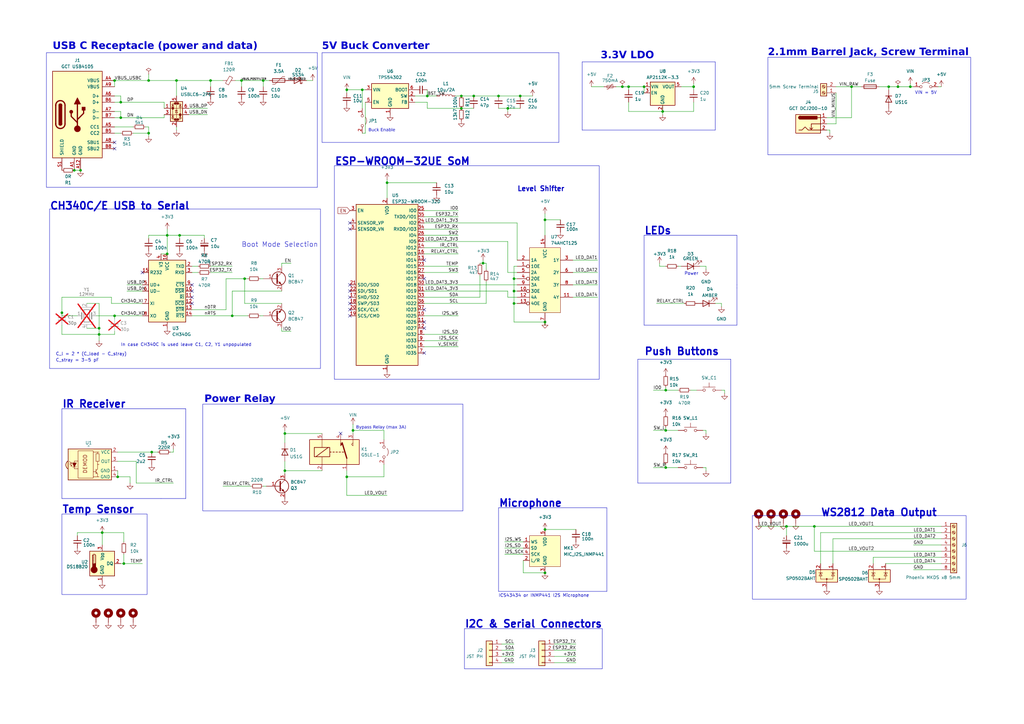
<source format=kicad_sch>
(kicad_sch (version 20231120) (generator "eeschema") (generator_version "8.0")
  (paper "A3")
  (title_block (title "LuminX Pro") (date "2024-05-31") (rev "2.0") (company "Michael Gross") (comment 1 "General purpose WLED Controller Board"))
  (junction (at 208.28 44.45))
  (junction (at 271.78 45.72))
  (junction (at 116.84 177.8))
  (junction (at 60.96 33.02))
  (junction (at 100.33 114.3))
  (junction (at 349.25 35.56))
  (junction (at 198.12 107.95))
  (junction (at 68.58 104.14))
  (junction (at 223.52 90.17))
  (junction (at 46.99 33.02))
  (junction (at 158.75 74.93))
  (junction (at 284.48 35.56))
  (junction (at 62.23 185.42))
  (junction (at 30.48 69.85))
  (junction (at 40.64 137.16))
  (junction (at 142.24 36.83))
  (junction (at 273.05 176.53))
  (junction (at 49.53 48.26))
  (junction (at 189.23 39.37))
  (junction (at 223.52 132.08))
  (junction (at 257.81 35.56))
  (junction (at 40.64 134.62))
  (junction (at 334.01 215.9))
  (junction (at 273.05 191.77))
  (junction (at 33.02 69.85))
  (junction (at 210.82 119.38))
  (junction (at 223.52 217.17))
  (junction (at 49.53 41.91))
  (junction (at 73.66 96.52))
  (junction (at 273.05 160.02))
  (junction (at 46.99 129.54))
  (junction (at 68.58 96.52))
  (junction (at 194.31 39.37))
  (junction (at 107.95 33.02))
  (junction (at 48.26 195.58))
  (junction (at 175.26 39.37))
  (junction (at 322.58 215.9))
  (junction (at 144.78 176.53))
  (junction (at 204.47 39.37))
  (junction (at 142.24 195.58))
  (junction (at 364.49 35.56))
  (junction (at 373.38 35.56))
  (junction (at 210.82 114.3))
  (junction (at 41.91 218.44))
  (junction (at 264.16 35.56))
  (junction (at 86.36 33.02))
  (junction (at 50.8 231.14))
  (junction (at 95.25 129.54))
  (junction (at 25.4 128.27))
  (junction (at 189.23 44.45))
  (junction (at 60.96 54.61))
  (junction (at 210.82 124.46))
  (junction (at 148.59 36.83))
  (junction (at 99.06 33.02))
  (junction (at 368.3 35.56))
  (junction (at 116.84 193.04))
  (junction (at 213.36 39.37))
  (junction (at 255.27 35.56))
  (junction (at 223.52 234.95))
  (junction (at 72.39 33.02))
  (no_connect (at 143.51 116.84))
  (no_connect (at 173.99 114.3))
  (no_connect (at 143.51 121.92))
  (no_connect (at 143.51 119.38))
  (no_connect (at 46.99 60.96))
  (no_connect (at 139.7 177.8))
  (no_connect (at 78.74 121.92))
  (no_connect (at 58.42 111.76))
  (no_connect (at 173.99 134.62))
  (no_connect (at 78.74 124.46))
  (no_connect (at 173.99 127))
  (no_connect (at 143.51 93.98))
  (no_connect (at 143.51 127))
  (no_connect (at 46.99 58.42))
  (no_connect (at 173.99 106.68))
  (no_connect (at 173.99 144.78))
  (no_connect (at 143.51 124.46))
  (no_connect (at 143.51 91.44))
  (no_connect (at 78.74 116.84))
  (no_connect (at 173.99 132.08))
  (no_connect (at 143.51 129.54))
  (no_connect (at 78.74 119.38))
  (polyline (pts (xy 76.2 167.64) (xy 76.2 204.47)))
  (wire (pts (xy 40.64 137.16) (xy 40.64 139.7)))
  (wire (pts (xy 71.12 185.42) (xy 71.12 184.15)))
  (wire (pts (xy 50.8 231.14) (xy 58.42 231.14)))
  (wire (pts (xy 242.57 35.56) (xy 247.65 35.56)))
  (wire (pts (xy 45.72 124.46) (xy 58.42 124.46)))
  (wire (pts (xy 144.78 176.53) (xy 144.78 177.8)))
  (wire (pts (xy 386.08 35.56) (xy 384.81 35.56)))
  (wire (pts (xy 49.53 41.91) (xy 46.99 41.91)))
  (wire (pts (xy 173.99 116.84) (xy 212.09 116.84)))
  (wire (pts (xy 210.82 124.46) (xy 212.09 124.46)))
  (wire (pts (xy 45.72 121.92) (xy 25.4 121.92)))
  (wire (pts (xy 60.96 54.61) (xy 60.96 55.88)))
  (wire (pts (xy 72.39 33.02) (xy 86.36 33.02)))
  (wire (pts (xy 142.24 195.58) (xy 142.24 203.2)))
  (wire (pts (xy 78.74 129.54) (xy 95.25 129.54)))
  (wire (pts (xy 68.58 93.98) (xy 68.58 96.52)))
  (wire (pts (xy 257.81 35.56) (xy 264.16 35.56)))
  (wire (pts (xy 31.75 219.71) (xy 31.75 218.44)))
  (wire (pts (xy 55.88 189.23) (xy 48.26 189.23)))
  (wire (pts (xy 196.85 107.95) (xy 198.12 107.95)))
  (wire (pts (xy 48.26 185.42) (xy 62.23 185.42)))
  (polyline (pts (xy 261.62 198.12) (xy 299.72 198.12)))
  (wire (pts (xy 212.09 91.44) (xy 212.09 106.68)))
  (wire (pts (xy 283.21 160.02) (xy 285.75 160.02)))
  (wire (pts (xy 196.85 113.03) (xy 196.85 121.92)))
  (wire (pts (xy 116.84 194.31) (xy 116.84 193.04)))
  (wire (pts (xy 173.99 124.46) (xy 199.39 124.46)))
  (wire (pts (xy 358.14 231.14) (xy 358.14 228.6)))
  (wire (pts (xy 49.53 48.26) (xy 46.99 48.26)))
  (wire (pts (xy 207.01 227.33) (xy 214.63 227.33)))
  (wire (pts (xy 115.57 107.95) (xy 115.57 109.22)))
  (wire (pts (xy 92.71 127) (xy 78.74 127)))
  (wire (pts (xy 210.82 114.3) (xy 210.82 119.38)))
  (wire (pts (xy 95.25 119.38) (xy 95.25 129.54)))
  (wire (pts (xy 116.84 177.8) (xy 132.08 177.8)))
  (wire (pts (xy 339.09 53.34) (xy 340.36 53.34)))
  (wire (pts (xy 158.75 74.93) (xy 158.75 81.28)))
  (wire (pts (xy 49.53 41.91) (xy 67.31 41.91)))
  (wire (pts (xy 289.56 176.53) (xy 288.29 176.53)))
  (wire (pts (xy 50.8 231.14) (xy 49.53 231.14)))
  (wire (pts (xy 271.78 43.18) (xy 271.78 45.72)))
  (wire (pts (xy 25.4 137.16) (xy 40.64 137.16)))
  (wire (pts (xy 72.39 33.02) (xy 60.96 33.02)))
  (wire (pts (xy 194.31 39.37) (xy 204.47 39.37)))
  (wire (pts (xy 271.78 45.72) (xy 284.48 45.72)))
  (wire (pts (xy 148.59 36.83) (xy 149.86 36.83)))
  (wire (pts (xy 50.8 231.14) (xy 50.8 227.33)))
  (wire (pts (xy 341.63 231.14) (xy 341.63 220.98)))
  (wire (pts (xy 373.38 34.29) (xy 373.38 35.56)))
  (wire (pts (xy 67.31 41.91) (xy 67.31 44.45)))
  (polyline (pts (xy 293.37 25.4) (xy 293.37 53.34)))
  (wire (pts (xy 363.22 231.14) (xy 386.08 231.14)))
  (wire (pts (xy 322.58 219.71) (xy 322.58 215.9)))
  (wire (pts (xy 59.69 52.07) (xy 60.96 52.07)))
  (wire (pts (xy 60.96 30.48) (xy 60.96 33.02)))
  (wire (pts (xy 273.05 109.22) (xy 270.51 109.22)))
  (wire (pts (xy 364.49 36.83) (xy 364.49 35.56)))
  (polyline (pts (xy 238.76 25.4) (xy 283.21 25.4)))
  (wire (pts (xy 40.64 134.62) (xy 40.64 137.16)))
  (wire (pts (xy 46.99 137.16) (xy 46.99 135.89)))
  (wire (pts (xy 142.24 36.83) (xy 148.59 36.83)))
  (wire (pts (xy 72.39 33.02) (xy 72.39 39.37)))
  (wire (pts (xy 189.23 39.37) (xy 194.31 39.37)))
  (wire (pts (xy 208.28 44.45) (xy 208.28 45.72)))
  (wire (pts (xy 368.3 35.56) (xy 373.38 35.56)))
  (wire (pts (xy 205.74 269.24) (xy 210.82 269.24)))
  (wire (pts (xy 374.65 233.68) (xy 386.08 233.68)))
  (wire (pts (xy 100.33 124.46) (xy 100.33 114.3)))
  (wire (pts (xy 364.49 35.56) (xy 368.3 35.56)))
  (wire (pts (xy 60.96 96.52) (xy 68.58 96.52)))
  (wire (pts (xy 223.52 217.17) (xy 236.22 217.17)))
  (wire (pts (xy 198.12 106.68) (xy 198.12 107.95)))
  (wire (pts (xy 374.65 223.52) (xy 386.08 223.52)))
  (wire (pts (xy 234.95 106.68) (xy 245.11 106.68)))
  (wire (pts (xy 68.58 96.52) (xy 73.66 96.52)))
  (wire (pts (xy 157.48 176.53) (xy 144.78 176.53)))
  (wire (pts (xy 109.22 199.39) (xy 107.95 199.39)))
  (wire (pts (xy 252.73 35.56) (xy 255.27 35.56)))
  (wire (pts (xy 187.96 111.76) (xy 173.99 111.76)))
  (wire (pts (xy 271.78 45.72) (xy 257.81 45.72)))
  (wire (pts (xy 194.31 44.45) (xy 189.23 44.45)))
  (wire (pts (xy 187.96 88.9) (xy 173.99 88.9)))
  (wire (pts (xy 267.97 160.02) (xy 273.05 160.02)))
  (wire (pts (xy 116.84 176.53) (xy 116.84 177.8)))
  (wire (pts (xy 204.47 39.37) (xy 213.36 39.37)))
  (polyline (pts (xy 238.76 53.34) (xy 238.76 25.4)))
  (polyline (pts (xy 283.21 25.4) (xy 293.37 25.4)))
  (wire (pts (xy 210.82 119.38) (xy 212.09 119.38)))
  (wire (pts (xy 39.37 129.54) (xy 46.99 129.54)))
  (wire (pts (xy 170.18 39.37) (xy 175.26 39.37)))
  (wire (pts (xy 257.81 35.56) (xy 257.81 36.83)))
  (wire (pts (xy 45.72 124.46) (xy 45.72 121.92)))
  (wire (pts (xy 284.48 34.29) (xy 284.48 35.56)))
  (wire (pts (xy 289.56 191.77) (xy 289.56 193.04)))
  (wire (pts (xy 187.96 96.52) (xy 173.99 96.52)))
  (wire (pts (xy 48.26 193.04) (xy 48.26 195.58)))
  (wire (pts (xy 187.96 86.36) (xy 173.99 86.36)))
  (polyline (pts (xy 25.4 204.47) (xy 25.4 167.64)))
  (wire (pts (xy 142.24 193.04) (xy 142.24 195.58)))
  (polyline (pts (xy 261.62 147.32) (xy 261.62 198.12)))
  (wire (pts (xy 72.39 52.07) (xy 72.39 53.34)))
  (wire (pts (xy 46.99 33.02) (xy 60.96 33.02)))
  (wire (pts (xy 92.71 114.3) (xy 100.33 114.3)))
  (wire (pts (xy 115.57 134.62) (xy 115.57 135.89)))
  (wire (pts (xy 46.99 129.54) (xy 58.42 129.54)))
  (wire (pts (xy 148.59 54.61) (xy 149.86 54.61)))
  (wire (pts (xy 173.99 119.38) (xy 208.28 119.38)))
  (wire (pts (xy 78.74 111.76) (xy 81.28 111.76)))
  (wire (pts (xy 31.75 218.44) (xy 41.91 218.44)))
  (wire (pts (xy 99.06 35.56) (xy 99.06 33.02)))
  (wire (pts (xy 207.01 224.79) (xy 214.63 224.79)))
  (wire (pts (xy 284.48 45.72) (xy 284.48 41.91)))
  (wire (pts (xy 273.05 175.26) (xy 273.05 176.53)))
  (wire (pts (xy 158.75 74.93) (xy 179.07 74.93)))
  (wire (pts (xy 148.59 44.45) (xy 148.59 36.83)))
  (wire (pts (xy 269.24 124.46) (xy 280.67 124.46)))
  (wire (pts (xy 86.36 111.76) (xy 95.25 111.76)))
  (wire (pts (xy 67.31 46.99) (xy 67.31 48.26)))
  (wire (pts (xy 100.33 114.3) (xy 101.6 114.3)))
  (wire (pts (xy 86.36 33.02) (xy 91.44 33.02)))
  (wire (pts (xy 205.74 271.78) (xy 210.82 271.78)))
  (wire (pts (xy 349.25 35.56) (xy 353.06 35.56)))
  (wire (pts (xy 73.66 96.52) (xy 83.82 96.52)))
  (wire (pts (xy 322.58 215.9) (xy 334.01 215.9)))
  (wire (pts (xy 116.84 193.04) (xy 132.08 193.04)))
  (wire (pts (xy 349.25 35.56) (xy 349.25 48.26)))
  (wire (pts (xy 342.9 35.56) (xy 349.25 35.56)))
  (wire (pts (xy 210.82 114.3) (xy 212.09 114.3)))
  (wire (pts (xy 255.27 35.56) (xy 257.81 35.56)))
  (wire (pts (xy 91.44 199.39) (xy 102.87 199.39)))
  (wire (pts (xy 223.52 90.17) (xy 223.52 87.63)))
  (wire (pts (xy 83.82 96.52) (xy 83.82 97.79)))
  (wire (pts (xy 289.56 176.53) (xy 289.56 177.8)))
  (wire (pts (xy 54.61 54.61) (xy 60.96 54.61)))
  (wire (pts (xy 53.34 195.58) (xy 53.34 198.12)))
  (wire (pts (xy 68.58 96.52) (xy 68.58 104.14)))
  (wire (pts (xy 69.85 185.42) (xy 71.12 185.42)))
  (wire (pts (xy 142.24 36.83) (xy 142.24 38.1)))
  (polyline (pts (xy 302.26 116.84) (xy 302.26 118.11)))
  (wire (pts (xy 46.99 52.07) (xy 54.61 52.07)))
  (wire (pts (xy 214.63 229.87) (xy 214.63 234.95)))
  (wire (pts (xy 50.8 222.25) (xy 50.8 218.44)))
  (wire (pts (xy 229.87 90.17) (xy 223.52 90.17)))
  (wire (pts (xy 234.95 121.92) (xy 245.11 121.92)))
  (wire (pts (xy 173.99 99.06) (xy 208.28 99.06)))
  (wire (pts (xy 85.09 44.45) (xy 77.47 44.45)))
  (wire (pts (xy 48.26 195.58) (xy 53.34 195.58)))
  (wire (pts (xy 336.55 231.14) (xy 336.55 218.44)))
  (polyline (pts (xy 204.47 208.28) (xy 248.92 208.28)))
  (wire (pts (xy 273.05 191.77) (xy 278.13 191.77)))
  (wire (pts (xy 50.8 218.44) (xy 41.91 218.44)))
  (wire (pts (xy 278.13 109.22) (xy 279.4 109.22)))
  (wire (pts (xy 273.05 160.02) (xy 278.13 160.02)))
  (wire (pts (xy 175.26 41.91) (xy 175.26 44.45)))
  (wire (pts (xy 234.95 116.84) (xy 245.11 116.84)))
  (wire (pts (xy 273.05 158.75) (xy 273.05 160.02)))
  (wire (pts (xy 187.96 101.6) (xy 173.99 101.6)))
  (wire (pts (xy 78.74 109.22) (xy 81.28 109.22)))
  (wire (pts (xy 196.85 121.92) (xy 173.99 121.92)))
  (wire (pts (xy 60.96 97.79) (xy 60.96 96.52)))
  (wire (pts (xy 334.01 215.9) (xy 386.08 215.9)))
  (wire (pts (xy 52.07 119.38) (xy 58.42 119.38)))
  (wire (pts (xy 257.81 41.91) (xy 257.81 45.72)))
  (wire (pts (xy 187.96 109.22) (xy 173.99 109.22)))
  (wire (pts (xy 86.36 109.22) (xy 95.25 109.22)))
  (wire (pts (xy 25.4 129.54) (xy 31.75 129.54)))
  (wire (pts (xy 149.86 54.61) (xy 149.86 41.91)))
  (wire (pts (xy 339.09 48.26) (xy 349.25 48.26)))
  (wire (pts (xy 273.05 190.5) (xy 273.05 191.77)))
  (wire (pts (xy 144.78 173.99) (xy 144.78 176.53)))
  (polyline (pts (xy 66.04 204.47) (xy 76.2 204.47)))
  (wire (pts (xy 284.48 35.56) (xy 284.48 36.83)))
  (wire (pts (xy 213.36 39.37) (xy 218.44 39.37)))
  (wire (pts (xy 86.36 33.02) (xy 86.36 35.56)))
  (wire (pts (xy 295.91 124.46) (xy 295.91 125.73)))
  (wire (pts (xy 186.69 39.37) (xy 189.23 39.37)))
  (wire (pts (xy 106.68 129.54) (xy 107.95 129.54)))
  (wire (pts (xy 267.97 191.77) (xy 273.05 191.77)))
  (polyline (pts (xy 299.72 198.12) (xy 299.72 147.32)))
  (wire (pts (xy 227.33 269.24) (xy 236.22 269.24)))
  (wire (pts (xy 334.01 226.06) (xy 386.08 226.06)))
  (wire (pts (xy 55.88 198.12) (xy 55.88 189.23)))
  (polyline (pts (xy 204.47 208.28) (xy 204.47 242.57)))
  (wire (pts (xy 270.51 109.22) (xy 270.51 107.95)))
  (wire (pts (xy 99.06 33.02) (xy 107.95 33.02)))
  (wire (pts (xy 208.28 99.06) (xy 208.28 111.76)))
  (wire (pts (xy 115.57 119.38) (xy 95.25 119.38)))
  (wire (pts (xy 212.09 121.92) (xy 208.28 121.92)))
  (polyline (pts (xy 302.26 96.52) (xy 264.16 96.52)))
  (wire (pts (xy 49.53 39.37) (xy 49.53 41.91)))
  (wire (pts (xy 46.99 129.54) (xy 46.99 130.81)))
  (wire (pts (xy 66.04 104.14) (xy 68.58 104.14)))
  (wire (pts (xy 62.23 185.42) (xy 64.77 185.42)))
  (wire (pts (xy 115.57 135.89) (xy 119.38 135.89)))
  (wire (pts (xy 223.52 133.35) (xy 223.52 132.08)))
  (wire (pts (xy 271.78 45.72) (xy 271.78 46.99)))
  (wire (pts (xy 340.36 53.34) (xy 340.36 54.61)))
  (wire (pts (xy 227.33 271.78) (xy 236.22 271.78)))
  (wire (pts (xy 212.09 109.22) (xy 210.82 109.22)))
  (wire (pts (xy 46.99 33.02) (xy 46.99 35.56)))
  (wire (pts (xy 158.75 74.93) (xy 158.75 73.66)))
  (wire (pts (xy 208.28 44.45) (xy 213.36 44.45)))
  (wire (pts (xy 187.96 139.7) (xy 173.99 139.7)))
  (wire (pts (xy 157.48 190.5) (xy 157.48 195.58)))
  (wire (pts (xy 46.99 39.37) (xy 49.53 39.37)))
  (wire (pts (xy 99.06 33.02) (xy 96.52 33.02)))
  (wire (pts (xy 25.4 129.54) (xy 25.4 128.27)))
  (wire (pts (xy 214.63 234.95) (xy 223.52 234.95)))
  (wire (pts (xy 187.96 129.54) (xy 173.99 129.54)))
  (wire (pts (xy 198.12 107.95) (xy 199.39 107.95)))
  (wire (pts (xy 107.95 33.02) (xy 110.49 33.02)))
  (wire (pts (xy 210.82 109.22) (xy 210.82 114.3)))
  (wire (pts (xy 342.9 50.8) (xy 342.9 38.1)))
  (wire (pts (xy 205.74 266.7) (xy 210.82 266.7)))
  (wire (pts (xy 208.28 111.76) (xy 212.09 111.76)))
  (wire (pts (xy 208.28 121.92) (xy 208.28 119.38)))
  (wire (pts (xy 289.56 109.22) (xy 289.56 110.49)))
  (wire (pts (xy 92.71 114.3) (xy 92.71 127)))
  (wire (pts (xy 115.57 124.46) (xy 100.33 124.46)))
  (polyline (pts (xy 66.04 204.47) (xy 25.4 204.47)))
  (wire (pts (xy 106.68 114.3) (xy 107.95 114.3)))
  (wire (pts (xy 336.55 218.44) (xy 386.08 218.44)))
  (wire (pts (xy 293.37 124.46) (xy 295.91 124.46)))
  (wire (pts (xy 157.48 195.58) (xy 142.24 195.58)))
  (wire (pts (xy 339.09 50.8) (xy 342.9 50.8)))
  (wire (pts (xy 73.66 96.52) (xy 73.66 97.79)))
  (wire (pts (xy 46.99 54.61) (xy 49.53 54.61)))
  (wire (pts (xy 60.96 52.07) (xy 60.96 54.61)))
  (wire (pts (xy 264.16 35.56) (xy 264.16 38.1)))
  (wire (pts (xy 360.68 35.56) (xy 364.49 35.56)))
  (wire (pts (xy 187.96 137.16) (xy 173.99 137.16)))
  (wire (pts (xy 341.63 220.98) (xy 386.08 220.98)))
  (wire (pts (xy 46.99 45.72) (xy 49.53 45.72)))
  (wire (pts (xy 40.64 137.16) (xy 46.99 137.16)))
  (wire (pts (xy 49.53 48.26) (xy 67.31 48.26)))
  (wire (pts (xy 55.88 198.12) (xy 71.12 198.12)))
  (wire (pts (xy 41.91 218.44) (xy 41.91 223.52)))
  (wire (pts (xy 157.48 180.34) (xy 157.48 176.53)))
  (wire (pts (xy 297.18 160.02) (xy 295.91 160.02)))
  (polyline (pts (xy 264.16 96.52) (xy 264.16 133.35)))
  (wire (pts (xy 210.82 124.46) (xy 210.82 132.08)))
  (wire (pts (xy 288.29 191.77) (xy 289.56 191.77)))
  (wire (pts (xy 234.95 111.76) (xy 245.11 111.76)))
  (wire (pts (xy 125.73 33.02) (xy 128.27 33.02)))
  (wire (pts (xy 374.65 35.56) (xy 373.38 35.56)))
  (wire (pts (xy 170.18 41.91) (xy 175.26 41.91)))
  (wire (pts (xy 95.25 129.54) (xy 101.6 129.54)))
  (polyline (pts (xy 25.4 167.64) (xy 76.2 167.64)))
  (polyline (pts (xy 299.72 147.32) (xy 261.62 147.32)))
  (wire (pts (xy 227.33 266.7) (xy 236.22 266.7)))
  (wire (pts (xy 35.56 134.62) (xy 40.64 134.62)))
  (wire (pts (xy 25.4 121.92) (xy 25.4 128.27)))
  (wire (pts (xy 187.96 104.14) (xy 173.99 104.14)))
  (polyline (pts (xy 302.26 118.11) (xy 302.26 133.35)))
  (wire (pts (xy 187.96 93.98) (xy 173.99 93.98)))
  (wire (pts (xy 187.96 142.24) (xy 173.99 142.24)))
  (wire (pts (xy 279.4 35.56) (xy 284.48 35.56)))
  (wire (pts (xy 115.57 107.95) (xy 119.38 107.95)))
  (wire (pts (xy 334.01 226.06) (xy 334.01 215.9)))
  (wire (pts (xy 287.02 109.22) (xy 289.56 109.22)))
  (wire (pts (xy 273.05 176.53) (xy 278.13 176.53)))
  (polyline (pts (xy 293.37 53.34) (xy 238.76 53.34)))
  (wire (pts (xy 30.48 69.85) (xy 33.02 69.85)))
  (wire (pts (xy 107.95 33.02) (xy 107.95 35.56)))
  (wire (pts (xy 35.56 124.46) (xy 40.64 124.46)))
  (wire (pts (xy 173.99 91.44) (xy 212.09 91.44)))
  (wire (pts (xy 25.4 137.16) (xy 25.4 133.35)))
  (wire (pts (xy 204.47 44.45) (xy 208.28 44.45)))
  (wire (pts (xy 223.52 90.17) (xy 223.52 96.52)))
  (wire (pts (xy 199.39 107.95) (xy 199.39 110.49)))
  (wire (pts (xy 85.09 46.99) (xy 77.47 46.99)))
  (wire (pts (xy 49.53 45.72) (xy 49.53 48.26)))
  (polyline (pts (xy 248.92 242.57) (xy 204.47 242.57)))
  (wire (pts (xy 358.14 228.6) (xy 386.08 228.6)))
  (polyline (pts (xy 302.26 116.84) (xy 302.26 96.52)))
  (wire (pts (xy 207.01 222.25) (xy 214.63 222.25)))
  (wire (pts (xy 52.07 116.84) (xy 58.42 116.84)))
  (wire (pts (xy 40.64 124.46) (xy 40.64 134.62)))
  (wire (pts (xy 175.26 39.37) (xy 179.07 39.37)))
  (wire (pts (xy 116.84 181.61) (xy 116.84 177.8)))
  (wire (pts (xy 199.39 115.57) (xy 199.39 124.46)))
  (wire (pts (xy 175.26 36.83) (xy 175.26 39.37)))
  (wire (pts (xy 297.18 160.02) (xy 297.18 161.29)))
  (polyline (pts (xy 248.92 208.28) (xy 248.92 242.57)))
  (polyline (pts (xy 264.16 133.35) (xy 302.26 133.35)))
  (wire (pts (xy 205.74 264.16) (xy 210.82 264.16)))
  (wire (pts (xy 210.82 119.38) (xy 210.82 124.46)))
  (wire (pts (xy 175.26 44.45) (xy 189.23 44.45)))
  (wire (pts (xy 142.24 203.2) (xy 158.75 203.2)))
  (wire (pts (xy 267.97 176.53) (xy 273.05 176.53)))
  (wire (pts (xy 227.33 264.16) (xy 236.22 264.16)))
  (wire (pts (xy 116.84 189.23) (xy 116.84 193.04)))
  (wire (pts (xy 210.82 132.08) (xy 223.52 132.08)))
  (wire (pts (xy 311.15 215.9) (xy 322.58 215.9)))
  (rectangle (start 137.16 67.945) (end 245.745 155.575))
  (rectangle (start 25.4 210.82) (end 60.325 243.84))
  (rectangle (start 132.08 21.59) (end 229.235 58.42))
  (rectangle (start 308.61 211.455) (end 396.24 245.745))
  (rectangle (start 19.05 21.59) (end 130.175 76.835))
  (rectangle (start 83.185 165.735) (end 189.865 209.55))
  (rectangle (start 190.5 257.81) (end 247.015 274.32))
  (rectangle (start 20.32 85.725) (end 131.445 151.13))
  (rectangle (start 314.96 23.495) (end 398.145 63.5))
  (text "5V Buck Converter" (at 132.08 21.59 0) (effects (font (size 3 3) (thickness 0.6) (bold yes)) (justify left bottom)))
  (text "In case CH340C is used leave C1, C2, Y1 unpopulated" (at 49.53 142.24 0) (effects (font (size 1.27 1.27)) (justify left bottom)))
  (text "Buck Enable" (at 151.13 54.61 0) (effects (font (size 1.27 1.27)) (justify left bottom)))
  (text "I2C & Serial Connectors" (at 190.5 257.81 0) (effects (font (size 3 3) (thickness 0.6) (bold yes)) (justify left bottom)))
  (text "Level Shifter" (at 212.09 78.74 0) (effects (font (size 2 2) (thickness 0.4) (bold yes)) (justify left bottom)))
  (text "USB C Receptacle (power and data)" (at 21.59 21.59 0) (effects (font (size 3 3) (thickness 0.6) (bold yes)) (justify left bottom)))
  (text "WS2812 Data Output" (at 336.55 212.09 0) (effects (font (size 3 3) (thickness 0.6) (bold yes)) (justify left bottom)))
  (text "Bypass Relay (max 3A)" (at 146.05 176.53 0) (effects (font (size 1.27 1.27)) (justify left bottom)))
  (text "Power" (at 280.67 113.03 0) (effects (font (size 1.27 1.27)) (justify left bottom)))
  (text "Power Relay" (at 83.82 166.37 0) (effects (font (size 3 3) (thickness 0.6) (bold yes)) (justify left bottom)))
  (text "ICS43434 or INMP441 I2S Microphone" (at 204.47 245.11 0) (effects (font (size 1.27 1.27)) (justify left bottom)))
  (text "3.3V LDO" (at 246.38 25.4 0) (effects (font (size 3 3) (thickness 0.6) (bold yes)) (justify left bottom)))
  (text "IR Receiver" (at 25.4 167.64 0) (effects (font (size 3 3) (thickness 0.6) (bold yes)) (justify left bottom)))
  (text "C_l = 2 * (C_load - C_stray)" (at 22.86 146.05 0) (effects (font (size 1.27 1.27)) (justify left bottom)))
  (text "LEDs" (at 264.16 96.52 0) (effects (font (size 3 3) (thickness 0.6) (bold yes)) (justify left bottom)))
  (text "Boot Mode Selection" (at 99.06 101.6 0) (effects (font (size 2 2)) (justify left bottom)))
  (text "C_stray = 3-5 pF" (at 22.86 148.59 0) (effects (font (size 1.27 1.27)) (justify left bottom)))
  (text "Microphone" (at 204.47 208.28 0) (effects (font (size 3 3) (thickness 0.6) (bold yes)) (justify left bottom)))
  (text "VIN = 5V" (at 379.73 38.1 0) (effects (font (size 1.27 1.27))))
  (text "ESP-WROOM-32UE SoM" (at 137.16 68.072 0) (effects (font (size 3 3) (thickness 0.6) (bold yes)) (justify left bottom)))
  (text "2.1mm Barrel Jack, Screw Terminal" (at 314.96 24.13 0) (effects (font (size 3 3) (thickness 0.6) (bold yes)) (justify left bottom)))
  (text "Push Buttons" (at 264.16 146.05 0) (effects (font (size 3 3) (thickness 0.6) (bold yes)) (justify left bottom)))
  (text "Temp Sensor" (at 25.4 210.82 0) (effects (font (size 3 3) (thickness 0.6) (bold yes)) (justify left bottom)))
  (text "CH340C/E USB to Serial" (at 20.32 86.36 0) (effects (font (size 3 3) (thickness 0.6) (bold yes)) (justify left bottom)))
  (label "CH340_XI" (at 49.53 124.46 0))
  (label "+3V3" (at 236.22 269.24 180))
  (label "ESP32_RX" (at 187.96 93.98 180))
  (label "IO0" (at 187.96 86.36 180))
  (label "LED_DAT1" (at 245.11 106.68 180))
  (label "I2S_WS" (at 187.96 129.54 180))
  (label "ESP32_TX" (at 236.22 264.16 180))
  (label "ESP32_RX" (at 236.22 266.7 180))
  (label "USB_DN" (at 52.07 119.38 0))
  (label "RELAY_CTRL" (at 187.96 104.14 180))
  (label "LED_VOUT2" (at 347.98 226.06 0))
  (label "DP" (at 52.07 41.91 0) (property "Intersheetrefs" "${INTERSHEET_REFS}" (effects (hide yes))))
  (label "LED_DAT3_3V3" (at 187.96 116.84 180))
  (label "SCL" (at 210.82 264.16 180))
  (label "USB_DP" (at 52.07 116.84 0))
  (label "SCL" (at 187.96 124.46 180))
  (label "SDA" (at 187.96 121.92 180))
  (label "CH340_XO" (at 49.53 129.54 0))
  (label "LED_VOUT" (at 158.75 203.2 180))
  (label "USB_DP" (at 85.09 44.45 180))
  (label "LED_VOUT1" (at 347.98 215.9 0))
  (label "GND" (at 374.65 233.68 0))
  (label "LED_DAT4" (at 374.65 231.14 0))
  (label "IR_CTRL" (at 187.96 101.6 180))
  (label "IO0" (at 267.97 160.02 0))
  (label "IR_CTRL" (at 71.12 198.12 180))
  (label "VBUS_USBC" (at 46.99 33.02 0))
  (label "VIN_RAW" (at 344.17 35.56 0))
  (label "LED_DAT2" (at 374.65 220.98 0))
  (label "IO0" (at 119.38 135.89 180))
  (label "LED_DAT1_3V3" (at 187.96 91.44 180))
  (label "+3V3" (at 210.82 269.24 180))
  (label "SDA" (at 210.82 266.7 180))
  (label "I2S_SD" (at 207.01 224.79 0))
  (label "ESP32_RX" (at 95.25 109.22 180))
  (label "nRTS" (at 83.82 129.54 0))
  (label "ESP32_TX" (at 187.96 88.9 180))
  (label "GND" (at 210.82 271.78 180))
  (label "ESP32_TX" (at 95.25 111.76 180))
  (label "I2S_WS" (at 207.01 222.25 0))
  (label "I2S_SD" (at 187.96 137.16 180))
  (label "GND" (at 236.22 271.78 180))
  (label "LED_DAT3" (at 245.11 116.84 180))
  (label "TEMP" (at 187.96 109.22 180))
  (label "LED_DAT2" (at 245.11 111.76 180))
  (label "USB_DN" (at 85.09 46.99 180))
  (label "LED_DAT3" (at 374.65 228.6 0))
  (label "nDTR" (at 83.82 127 0))
  (label "V_SENSE" (at 187.96 142.24 180))
  (label "VIN_MINUS" (at 342.9 38.1 270))
  (label "VBUS_FUSED" (at 118.11 33.02 0) (effects (font (size 0.762 0.762))))
  (label "DN" (at 52.07 48.26 0) (property "Intersheetrefs" "${INTERSHEET_REFS}" (effects (hide yes))))
  (label "RELAY_CTRL" (at 91.44 199.39 0))
  (label "VBUS_POSTFILTER" (at 99.06 33.02 0) (effects (font (size 0.762 0.762))))
  (label "TEMP" (at 58.42 231.14 180))
  (label "LED_DAT2_3V3" (at 187.96 99.06 180))
  (label "LED_DAT1" (at 374.65 218.44 0))
  (label "LED_DAT4" (at 245.11 121.92 180))
  (label "RELAY_CTRL" (at 269.24 124.46 0))
  (label "I2S_SCK" (at 207.01 227.33 0))
  (label "I2S_SCK" (at 187.96 139.7 180))
  (label "LED_DAT4_3V3" (at 187.96 119.38 180))
  (label "SW_R" (at 267.97 191.77 0))
  (label "SW3" (at 187.96 111.76 180))
  (label "EN" (at 119.38 107.95 180))
  (label "BST_SW" (at 175.26 39.37 0))
  (label "SW_L" (at 267.97 176.53 0))
  (label "LED_VOUT" (at 311.15 215.9 0))
  (label "SW2" (at 187.96 96.52 180))
  (label "GND" (at 374.65 223.52 0))
  (global_label "EN" (shape input) (at 143.51 86.36 180) (property "Intersheetrefs" "${INTERSHEET_REFS}" (effects (hide yes))))
  (symbol (lib_id "power:+3V3") (at 273.05 153.67 0) (unit 1)
    (property "Reference" "#PWR046" (effects (hide yes)))
    (property "Value" "+3V3" (at 273.05 148.59 0))
  )
  (symbol (lib_id "Diode:US1G") (at 364.49 40.64 270) (unit 1)
    (property "Reference" "D7" (at 367.03 39.3699 90) (effects (justify left)))
    (property "Value" "US1G" (at 367.03 41.9099 90) (effects (justify left)))
    (property "Footprint" "Diode_SMD:D_SMA" (effects (hide yes)))
    (property "Datasheet" "https://www.diodes.com/assets/Datasheets/ds16008.pdf" (effects (hide yes)))
    (property "Description" "400V, 1A, General Purpose Rectifier Diode, SMA(DO-214AC)" (effects (hide yes)))
    (property "Sim.Device" "D" (effects (hide yes)))
    (property "Sim.Pins" "1=K 2=A" (effects (hide yes)))
  )
  (symbol (lib_id "power:GND") (at 39.37 255.27 0) (unit 1)
    (property "Reference" "#PWR03" (effects (hide yes)))
    (property "Value" "GND" (effects (hide yes)))
  )
  (symbol (lib_id "power:GND") (at 60.96 102.87 0) (unit 1)
    (property "Reference" "#PWR012" (effects (hide yes)))
    (property "Value" "GND" (effects (hide yes)))
  )
  (symbol (lib_id "Switch:SW_Push") (at 283.21 191.77 0) (unit 1)
    (property "Reference" "SW_R1" (at 283.21 186.69 0))
    (property "Value" "SW_Push" (effects (hide yes)))
    (property "Footprint" "Button_Switch_SMD:SW_SPST_PTS645" (effects (hide yes)))
  )
  (symbol (lib_id "Device:R_Small") (at 52.07 54.61 90) (unit 1)
    (property "Reference" "R3" (at 52.07 57.0691 90))
    (property "Value" "5k1" (at 52.07 58.9901 90))
    (property "Footprint" "Resistor_SMD:R_0603_1608Metric" (effects (hide yes)))
  )
  (symbol (lib_id "power:GND") (at 229.87 95.25 0) (unit 1)
    (property "Reference" "#PWR041" (effects (hide yes)))
    (property "Value" "GND" (effects (hide yes)))
  )
  (symbol (lib_id "Device:R_Small") (at 105.41 199.39 90) (unit 1)
    (property "Reference" "R10" (at 105.41 201.93 90))
    (property "Value" "220R" (at 105.41 196.85 90))
    (property "Footprint" "Resistor_SMD:R_0603_1608Metric" (effects (hide yes)))
  )
  (symbol (lib_id "Device:C_Small") (at 194.31 41.91 180) (unit 1)
    (property "Reference" "C14" (at 196.85 40.6335 0) (effects (justify right)))
    (property "Value" "47p" (at 196.85 43.1735 0) (effects (justify right)))
    (property "Footprint" "Capacitor_SMD:C_0603_1608Metric" (effects (hide yes)))
  )
  (symbol (lib_id "power:+3V3") (at 223.52 217.17 0) (unit 1)
    (property "Reference" "#PWR039" (effects (hide yes)))
    (property "Value" "+3V3" (at 223.52 212.09 0))
  )
  (symbol (lib_id "power:+3V3") (at 273.05 170.18 0) (unit 1)
    (property "Reference" "#PWR047" (effects (hide yes)))
    (property "Value" "+3V3" (at 273.05 165.1 0))
  )
  (symbol (lib_id "Device:C_Small") (at 204.47 41.91 0) (unit 1)
    (property "Reference" "C15" (at 207.645 41.2813 0) (effects (justify left)))
    (property "Value" "22u" (at 207.645 43.8213 0) (effects (justify left)))
    (property "Footprint" "Capacitor_SMD:C_1206_3216Metric" (effects (hide yes)))
  )
  (symbol (lib_id "Device:C_Small") (at 73.66 100.33 0) (unit 1)
    (property "Reference" "C6" (at 76.2 99.0662 0) (effects (justify left)))
    (property "Value" "100n" (at 76.2 101.6062 0) (effects (justify left)))
    (property "Footprint" "Capacitor_SMD:C_0603_1608Metric" (effects (hide yes)))
  )
  (symbol (lib_id "Device:R_Small") (at 196.85 110.49 0) (unit 1)
    (property "Reference" "R13" (at 191.77 109.855 0) (effects (justify left)))
    (property "Value" "4k7" (at 192.405 111.76 0) (effects (justify left)))
    (property "Footprint" "Resistor_SMD:R_0603_1608Metric" (effects (hide yes)))
  )
  (symbol (lib_id "Mechanical:MountingHole_Pad") (at 321.31 212.09 0) (unit 1) (in_bom no)
    (property "Reference" "H1" (effects (hide yes)))
    (property "Value" "MountingHole" (effects (hide yes)))
    (property "Footprint" "MountingHole:MountingHole_3.2mm_M3_Pad_Via" (effects (hide yes)))
  )
  (symbol (lib_id "power:GND") (at 33.02 69.85 0) (unit 1)
    (property "Reference" "#PWR02" (effects (hide yes)))
    (property "Value" "GND" (effects (hide yes)))
  )
  (symbol (lib_id "power:GND") (at 326.39 214.63 0) (unit 1)
    (property "Reference" "#PWR057" (effects (hide yes)))
    (property "Value" "GND" (effects (hide yes)))
  )
  (symbol (lib_id "Switch:SW_Push") (at 290.83 160.02 0) (unit 1)
    (property "Reference" "SW_C1" (at 290.83 154.94 0))
    (property "Value" "SW_Push" (effects (hide yes)))
    (property "Footprint" "Button_Switch_SMD:SW_SPST_PTS645" (effects (hide yes)))
  )
  (symbol (lib_id "Mechanical:MountingHole_Pad") (at 316.23 212.09 0) (unit 1) (in_bom no)
    (property "Reference" "H4" (effects (hide yes)))
    (property "Value" "MountingHole" (effects (hide yes)))
    (property "Footprint" "MountingHole:MountingHole_3.2mm_M3_Pad_Via" (effects (hide yes)))
  )
  (symbol (lib_id "Connector:Screw_Terminal_01x08") (at 391.16 223.52 0) (unit 1)
    (property "Reference" "J6" (at 394.335 223.52 0) (effects (justify left)))
    (property "Value" "Phoenix MKDS x8 5mm" (at 371.475 236.855 0) (effects (justify left)))
    (property "Footprint" "TerminalBlock_Phoenix:TerminalBlock_Phoenix_MKDS-1,5-8_1x08_P5.00mm_Horizontal" (effects (hide yes)))
  )
  (symbol (lib_id "Device:C_Small") (at 229.87 92.71 0) (unit 1)
    (property "Reference" "C17" (at 232.1941 92.0726 0) (effects (justify left)))
    (property "Value" "100n" (at 232.1941 93.9936 0) (effects (justify left)))
    (property "Footprint" "Capacitor_SMD:C_0603_1608Metric" (effects (hide yes)))
  )
  (symbol (lib_id "power:+5V") (at 223.52 87.63 0) (unit 1)
    (property "Reference" "#PWR037" (effects (hide yes)))
    (property "Value" "+5V" (at 223.52 82.55 0))
  )
  (symbol (lib_id "Device:C_Small") (at 46.99 133.35 0) (unit 1) (in_bom no) (dnp yes)
    (property "Reference" "C3" (at 49.3141 132.5216 0) (effects (justify left)))
    (property "Value" "30p" (at 49.3141 135.0585 0) (effects (justify left)))
    (property "Footprint" "Capacitor_SMD:C_0603_1608Metric" (effects (hide yes)))
  )
  (symbol (lib_id "Device:LED") (at 289.56 124.46 180) (unit 1)
    (property "Reference" "D4" (at 291.1475 118.6012 0))
    (property "Value" "AMBER" (at 291.1475 121.1381 0))
    (property "Footprint" "LED_SMD:LED_0805_2012Metric" (effects (hide yes)))
  )
  (symbol (lib_id "power:+5V") (at 386.08 35.56 0) (unit 1)
    (property "Reference" "#PWR065" (effects (hide yes)))
    (property "Value" "+5V" (at 386.08 30.48 0))
  )
  (symbol (lib_id "MG_Symbol_Lib:CAP_0805") (at 62.23 187.96 0) (mirror y) (unit 1)
    (property "Reference" "C5" (at 59.69 186.6962 0) (effects (justify left)))
    (property "Value" "2u2" (at 59.69 189.2362 0) (effects (justify left)))
    (property "Footprint" "Capacitor_SMD:C_0805_2012Metric" (effects (hide yes)))
    (property "Description" "Unpolarized capacitor, small symbol" (effects (hide yes)))
  )
  (symbol (lib_id "power:GND") (at 54.61 255.27 0) (unit 1)
    (property "Reference" "#PWR010" (effects (hide yes)))
    (property "Value" "GND" (effects (hide yes)))
  )
  (symbol (lib_id "Device:R_Small") (at 199.39 113.03 0) (unit 1)
    (property "Reference" "R14" (at 200.8886 112.3863 0) (effects (justify left)))
    (property "Value" "4k7" (at 200.8886 114.3073 0) (effects (justify left)))
    (property "Footprint" "Resistor_SMD:R_0603_1608Metric" (effects (hide yes)))
  )
  (symbol (lib_id "Device:R_Small") (at 27.94 69.85 270) (unit 1)
    (property "Reference" "R1" (at 27.94 74.93 90))
    (property "Value" "0R" (at 27.94 72.39 90))
    (property "Footprint" "Resistor_SMD:R_0603_1608Metric" (effects (hide yes)))
  )
  (symbol (lib_id "MG_Symbol_Lib:CAP_0603") (at 86.36 38.1 0) (unit 1)
    (property "Reference" "C8" (at 89.535 36.8362 0) (effects (justify left)))
    (property "Value" "10n" (at 89.535 39.3762 0) (effects (justify left)))
    (property "Footprint" "Capacitor_SMD:C_0603_1608Metric" (effects (hide yes)))
    (property "Description" "Unpolarized capacitor, small symbol" (effects (hide yes)))
  )
  (symbol (lib_id "PCM_4ms_Power-symbol:PWR_FLAG") (at 255.27 35.56 0) (unit 1)
    (property "Reference" "#FLG02" (effects (hide yes)))
    (property "Value" "PWR_FLAG" (effects (hide yes)))
  )
  (symbol (lib_id "Jumper:Jumper_2_Open") (at 379.73 35.56 0) (unit 1)
    (property "Reference" "JP3" (at 379.73 32.8201 0))
    (property "Value" "Jumper_2_Open" (effects (hide yes)))
    (property "Footprint" "Connector_PinHeader_2.54mm:PinHeader_1x02_P2.54mm_Vertical" (effects (hide yes)))
  )
  (symbol (lib_id "Device:C_Polarized_Small") (at 322.58 222.25 0) (unit 1)
    (property "Reference" "C21" (at 325.501 220.5263 0) (effects (justify left)))
    (property "Value" "1000u" (at 325.501 223.0632 0) (effects (justify left)))
    (property "Footprint" "Capacitor_THT:CP_Radial_D12.5mm_P5.00mm" (effects (hide yes)))
  )
  (symbol (lib_id "Diode:1N5820") (at 121.92 33.02 180) (unit 1)
    (property "Reference" "D2" (at 122.2375 28.7401 0))
    (property "Value" "SS34" (at 122.2375 30.6611 0))
    (property "Footprint" "Diode_SMD:D_SMA" (effects (hide yes)))
    (property "Datasheet" "http://www.vishay.com/docs/88526/1n5820.pdf" (effects (hide yes)))
  )
  (symbol (lib_id "Device:C_Small") (at 25.4 130.81 0) (unit 1) (in_bom no) (dnp yes)
    (property "Reference" "C1" (at 27.7241 129.9816 0) (effects (justify left)))
    (property "Value" "30p" (at 27.7241 132.5185 0) (effects (justify left)))
    (property "Footprint" "Capacitor_SMD:C_0603_1608Metric" (effects (hide yes)))
  )
  (symbol (lib_id "Device:R_Small") (at 50.8 224.79 0) (unit 1)
    (property "Reference" "R2" (at 53.34 223.5199 0) (effects (justify left)))
    (property "Value" "10k" (at 53.34 226.0599 0) (effects (justify left)))
    (property "Footprint" "Resistor_SMD:R_0603_1608Metric" (effects (hide yes)))
  )
  (symbol (lib_id "power:GND") (at 297.18 161.29 0) (unit 1)
    (property "Reference" "#PWR058" (effects (hide yes)))
    (property "Value" "GND" (effects (hide yes)))
  )
  (symbol (lib_id "Mechanical:MountingHole_Pad") (at 326.39 212.09 0) (unit 1) (in_bom no)
    (property "Reference" "H3" (effects (hide yes)))
    (property "Value" "MountingHole" (effects (hide yes)))
    (property "Footprint" "MountingHole:MountingHole_3.2mm_M3_Pad_Via" (effects (hide yes)))
  )
  (symbol (lib_id "Jumper:Jumper_2_Open") (at 148.59 49.53 270) (unit 1)
    (property "Reference" "JP1" (at 151.13 49.5299 90) (effects (justify left)))
    (property "Value" "Jumper_2_Open" (effects (hide yes)))
    (property "Footprint" "Connector_PinHeader_2.54mm:PinHeader_1x02_P2.54mm_Vertical" (effects (hide yes)))
  )
  (symbol (lib_id "Mechanical:MountingHole_Pad") (at 49.53 252.73 0) (unit 1) (in_bom no)
    (property "Reference" "H7" (effects (hide yes)))
    (property "Value" "MountingHole" (effects (hide yes)))
    (property "Footprint" "MountingHole:MountingHole_3.2mm_M3_Pad_Via" (effects (hide yes)))
  )
  (symbol (lib_id "power:GND") (at 321.31 214.63 0) (unit 1)
    (property "Reference" "#PWR056" (effects (hide yes)))
    (property "Value" "GND" (effects (hide yes)))
  )
  (symbol (lib_id "MG_Symbol_Lib:CAP_0603") (at 99.06 38.1 0) (unit 1)
    (property "Reference" "C9" (at 101.6 36.8362 0) (effects (justify left)))
    (property "Value" "100n" (at 101.6 39.3762 0) (effects (justify left)))
    (property "Footprint" "Capacitor_SMD:C_0603_1608Metric" (effects (hide yes)))
    (property "Description" "Unpolarized capacitor, small symbol" (effects (hide yes)))
  )
  (symbol (lib_id "Mechanical:MountingHole_Pad") (at 39.37 252.73 0) (unit 1) (in_bom no)
    (property "Reference" "H5" (effects (hide yes)))
    (property "Value" "MountingHole" (effects (hide yes)))
    (property "Footprint" "MountingHole:MountingHole_3.2mm_M3_Pad_Via" (effects (hide yes)))
  )
  (symbol (lib_id "power:VCC") (at 144.78 173.99 0) (unit 1)
    (property "Reference" "#PWR028" (effects (hide yes)))
    (property "Value" "VIN" (at 144.78 170.18 0))
    (property "Description" "Power symbol creates a global label with name \"VCC\"" (effects (hide yes)))
  )
  (symbol (lib_id "Power_Protection:SP0502BAHT") (at 339.09 236.22 0) (mirror y) (unit 1)
    (property "Reference" "D5" (at 334.518 234.696 0) (effects (justify left)))
    (property "Value" "SP0502BAHT" (at 334.518 237.236 0) (effects (justify left)))
    (property "Footprint" "Package_TO_SOT_SMD:SOT-23" (effects (hide yes)))
    (property "Datasheet" "http://www.littelfuse.com/~/media/files/littelfuse/technical%20resources/documents/data%20sheets/sp05xxba.pdf" (effects (hide yes)))
    (property "Description" "TVS Diode Array, 5.5V Standoff, 2 Channels, SOT-23 package" (effects (hide yes)))
  )
  (symbol (lib_id "Device:R_Small") (at 280.67 160.02 90) (unit 1)
    (property "Reference" "R19" (at 280.67 162.787 90))
    (property "Value" "470R" (at 280.67 165.3239 90))
    (property "Footprint" "Resistor_SMD:R_0603_1608Metric" (effects (hide yes)))
  )
  (symbol (lib_id "power:GND") (at 189.23 49.53 0) (unit 1)
    (property "Reference" "#PWR033" (effects (hide yes)))
    (property "Value" "GND" (effects (hide yes)))
  )
  (symbol (lib_id "power:GND") (at 311.15 214.63 0) (unit 1)
    (property "Reference" "#PWR054" (effects (hide yes)))
    (property "Value" "GND" (effects (hide yes)))
  )
  (symbol (lib_id "power:+3V3") (at 270.51 107.95 0) (unit 1)
    (property "Reference" "#PWR044" (effects (hide yes)))
    (property "Value" "+3V3" (at 270.51 104.14 0))
  )
  (symbol (lib_id "Jumper:Jumper_2_Open") (at 157.48 185.42 270) (unit 1)
    (property "Reference" "JP2" (at 160.02 185.4199 90) (effects (justify left)))
    (property "Value" "Jumper_2_Open" (effects (hide yes)))
    (property "Footprint" "Connector_PinHeader_2.54mm:PinHeader_1x02_P2.54mm_Vertical" (effects (hide yes)))
  )
  (symbol (lib_id "Device:Fuse") (at 356.87 35.56 90) (unit 1)
    (property "Reference" "F3" (at 356.87 30.48 90))
    (property "Value" "Fuse" (at 356.87 33.02 90))
    (property "Footprint" "Fuse:Fuseholder_Clip-5x20mm_Littelfuse_521_Lateral_P17.00x5.00mm_D1.30mm_Horizontal" (effects (hide yes)))
  )
  (symbol (lib_id "power:GND") (at 86.36 40.64 0) (unit 1)
    (property "Reference" "#PWR020" (effects (hide yes)))
    (property "Value" "GND" (effects (hide yes)))
    (property "Description" "Power symbol creates a global label with name \"GND\" , ground" (effects (hide yes)))
  )
  (symbol (lib_id "power:GND") (at 271.78 46.99 0) (unit 1)
    (property "Reference" "#PWR045" (effects (hide yes)))
    (property "Value" "GND" (effects (hide yes)))
  )
  (symbol (lib_id "power:GND") (at 62.23 190.5 0) (mirror y) (unit 1)
    (property "Reference" "#PWR013" (effects (hide yes)))
    (property "Value" "GND" (effects (hide yes)))
  )
  (symbol (lib_id "power:GND") (at 208.28 45.72 0) (unit 1)
    (property "Reference" "#PWR035" (effects (hide yes)))
    (property "Value" "GND" (effects (hide yes)))
  )
  (symbol (lib_id "RF_Module:ESP32-WROOM-32D") (at 158.75 116.84 0) (unit 1)
    (property "Reference" "U5" (at 160.7694 80.1202 0) (effects (justify left)))
    (property "Value" "ESP32-WROOM-32D" (at 160.7694 82.6571 0) (effects (justify left)))
    (property "Footprint" "RF_Module:ESP32-WROOM-32D" (effects (hide yes)))
    (property "Datasheet" "https://www.espressif.com/sites/default/files/documentation/esp32-wroom-32d_esp32-wroom-32u_datasheet_en.pdf" (effects (hide yes)))
  )
  (symbol (lib_id "power:+3V3") (at 284.48 34.29 0) (unit 1)
    (property "Reference" "#PWR049" (effects (hide yes)))
    (property "Value" "+3V3" (at 284.48 29.21 0))
  )
  (symbol (lib_id "Connector:Screw_Terminal_01x02") (at 337.82 38.1 180) (unit 1)
    (property "Reference" "J5" (at 335.788 37.4737 0) (effects (justify left)))
    (property "Value" "5mm Screw Terminal" (at 335.788 35.5527 0) (effects (justify left)))
    (property "Footprint" "TerminalBlock_Phoenix:TerminalBlock_Phoenix_MKDS-1,5-2_1x02_P5.00mm_Horizontal" (effects (hide yes)))
  )
  (symbol (lib_id "power:GND") (at 41.91 238.76 0) (unit 1)
    (property "Reference" "#PWR06" (effects (hide yes)))
    (property "Value" "GND" (effects (hide yes)))
  )
  (symbol (lib_id "Device:Crystal_GND24") (at 35.56 129.54 0) (unit 1) (in_bom no) (dnp yes)
    (property "Reference" "Y1" (at 35.56 118.745 0))
    (property "Value" "12MHz" (at 35.56 120.666 0))
    (property "Footprint" "Crystal:Crystal_SMD_3225-4Pin_3.2x2.5mm" (effects (hide yes)))
    (property "Part No." "Q33310F70060700" (effects (hide yes)))
  )
  (symbol (lib_id "Connector_Generic:Conn_01x04") (at 222.25 266.7 0) (mirror y) (unit 1)
    (property "Reference" "J3" (at 219.71 266.6999 0) (effects (justify left)))
    (property "Value" "JST PH" (at 219.71 269.2399 0) (effects (justify left)))
    (property "Footprint" "Connector_JST:JST_PH_B4B-PH-SM4-TB_1x04-1MP_P2.00mm_Vertical" (effects (hide yes)))
    (property "Description" "Generic connector, single row, 01x04, script generated (kicad-library-utils/schlib/autogen/connector/)" (effects (hide yes)))
  )
  (symbol (lib_id "power:GND") (at 44.45 255.27 0) (unit 1)
    (property "Reference" "#PWR07" (effects (hide yes)))
    (property "Value" "GND" (effects (hide yes)))
  )
  (symbol (lib_id "Device:R_Small") (at 273.05 187.96 0) (unit 1)
    (property "Reference" "R17" (at 275.59 186.6899 0) (effects (justify left)))
    (property "Value" "10k" (at 275.59 189.2299 0) (effects (justify left)))
    (property "Footprint" "Resistor_SMD:R_0603_1608Metric" (effects (hide yes)))
  )
  (symbol (lib_id "Device:C_Small") (at 172.72 36.83 90) (unit 1)
    (property "Reference" "C12" (at 172.7263 30.48 90))
    (property "Value" "100n" (at 172.7263 33.02 90))
    (property "Footprint" "Capacitor_SMD:C_0603_1608Metric" (effects (hide yes)))
  )
  (symbol (lib_id "Transistor_BJT:BC847") (at 114.3 199.39 0) (unit 1)
    (property "Reference" "Q3" (at 119.1514 200.2247 0) (effects (justify left)))
    (property "Value" "BC847" (at 119.1514 197.6878 0) (effects (justify left)))
    (property "Footprint" "Package_TO_SOT_SMD:SOT-23" (effects (hide yes)))
    (property "Datasheet" "http://www.infineon.com/dgdl/Infineon-BC847SERIES_BC848SERIES_BC849SERIES_BC850SERIES-DS-v01_01-en.pdf?fileId=db3a304314dca389011541d4630a1657" (effects (hide yes)))
  )
  (symbol (lib_id "power:GND") (at 99.06 40.64 0) (unit 1)
    (property "Reference" "#PWR021" (effects (hide yes)))
    (property "Value" "GND" (effects (hide yes)))
    (property "Description" "Power symbol creates a global label with name \"GND\" , ground" (effects (hide yes)))
  )
  (symbol (lib_id "power:GND") (at 289.56 110.49 0) (unit 1)
    (property "Reference" "#PWR050" (effects (hide yes)))
    (property "Value" "GND" (at 289.56 115.57 0))
  )
  (symbol (lib_id "Device:C_Small") (at 284.48 39.37 0) (unit 1)
    (property "Reference" "C20" (at 287.02 38.1062 0) (effects (justify left)))
    (property "Value" "1u" (at 287.02 40.6462 0) (effects (justify left)))
    (property "Footprint" "Capacitor_SMD:C_0603_1608Metric" (effects (hide yes)))
  )
  (symbol (lib_id "Device:R_Small") (at 83.82 109.22 90) (unit 1)
    (property "Reference" "R6" (at 83.82 104.7836 90))
    (property "Value" "470R" (at 83.82 107.3205 90))
    (property "Footprint" "Resistor_SMD:R_0603_1608Metric" (effects (hide yes)))
  )
  (symbol (lib_id "power:GND") (at 339.09 241.3 0) (unit 1)
    (property "Reference" "#PWR060" (effects (hide yes)))
    (property "Value" "GND" (effects (hide yes)))
  )
  (symbol (lib_id "Device:Polyfuse") (at 114.3 33.02 90) (unit 1)
    (property "Reference" "F1" (at 114.3 26.67 90))
    (property "Value" "3.5A" (at 114.3 29.21 90))
    (property "Footprint" "Fuse:Fuse_1206_3216Metric" (effects (hide yes)))
    (property "Description" "Resettable fuse, polymeric positive temperature coefficient" (effects (hide yes)))
  )
  (symbol (lib_id "Switch:SW_Push") (at 283.21 176.53 0) (unit 1)
    (property "Reference" "SW_L1" (at 283.21 171.45 0))
    (property "Value" "SW_Push" (effects (hide yes)))
    (property "Footprint" "Button_Switch_SMD:SW_SPST_PTS645" (effects (hide yes)))
  )
  (symbol (lib_id "power:+5V") (at 218.44 39.37 0) (unit 1)
    (property "Reference" "#PWR036" (effects (hide yes)))
    (property "Value" "+5V" (at 218.44 34.29 0))
  )
  (symbol (lib_id "power:GND") (at 316.23 214.63 0) (unit 1)
    (property "Reference" "#PWR055" (effects (hide yes)))
    (property "Value" "GND" (effects (hide yes)))
  )
  (symbol (lib_id "Device:R_Small") (at 67.31 185.42 270) (mirror x) (unit 1)
    (property "Reference" "R5" (at 67.31 181.61 90))
    (property "Value" "220R" (at 67.31 183.515 90))
    (property "Footprint" "Resistor_SMD:R_0603_1608Metric" (effects (hide yes)))
  )
  (symbol (lib_id "power:GND") (at 295.91 125.73 0) (unit 1)
    (property "Reference" "#PWR053" (effects (hide yes)))
    (property "Value" "GND" (at 295.91 130.81 0))
  )
  (symbol (lib_id "power:+3V3") (at 68.58 93.98 0) (unit 1)
    (property "Reference" "#PWR014" (effects (hide yes)))
    (property "Value" "+3V3" (at 68.58 88.9 0))
  )
  (symbol (lib_id "Device:FerriteBead_Small") (at 93.98 33.02 90) (unit 1)
    (property "Reference" "FB1" (at 93.9419 26.035 90))
    (property "Value" "120R" (at 93.9419 28.575 90))
    (property "Footprint" "Inductor_SMD:L_0603_1608Metric" (effects (hide yes)))
    (property "Description" "Ferrite bead, small symbol" (effects (hide yes)))
  )
  (symbol (lib_id "power:GND") (at 60.96 55.88 0) (unit 1)
    (property "Reference" "#PWR011" (effects (hide yes)))
    (property "Value" "GND" (effects (hide yes)))
  )
  (symbol (lib_id "Power_Protection:SP0502BAHT") (at 360.68 236.22 0) (mirror y) (unit 1)
    (property "Reference" "D6" (at 356.108 234.95 0) (effects (justify left)))
    (property "Value" "SP0502BAHT" (at 356.108 237.49 0) (effects (justify left)))
    (property "Footprint" "Package_TO_SOT_SMD:SOT-23" (effects (hide yes)))
    (property "Datasheet" "http://www.littelfuse.com/~/media/files/littelfuse/technical%20resources/documents/data%20sheets/sp05xxba.pdf" (effects (hide yes)))
    (property "Description" "TVS Diode Array, 5.5V Standoff, 2 Channels, SOT-23 package" (effects (hide yes)))
  )
  (symbol (lib_id "Device:Polyfuse_Small") (at 250.19 35.56 90) (unit 1)
    (property "Reference" "F2" (at 250.19 31.115 90))
    (property "Value" "750mA" (at 250.19 33.02 90))
    (property "Footprint" "Fuse:Fuse_1206_3216Metric" (effects (hide yes)))
    (property "Description" "Resettable fuse, polymeric positive temperature coefficient, small symbol" (effects (hide yes)))
  )
  (symbol (lib_id "power:GND") (at 360.68 241.3 0) (unit 1)
    (property "Reference" "#PWR062" (effects (hide yes)))
    (property "Value" "GND" (effects (hide yes)))
  )
  (symbol (lib_id "MG_Symbol_Lib:Conn_USB_C_USB2.0_GCT_USB4105") (at 31.75 46.99 0) (unit 1)
    (property "Reference" "J1" (at 31.75 24.765 0))
    (property "Value" "GCT USB4105" (at 31.75 27.305 0))
    (property "Footprint" "Connector_USB:USB_C_Receptacle_GCT_USB4105-xx-A_16P_TopMnt_Horizontal" (effects (hide yes)))
    (property "Datasheet" "https://www.usb.org/sites/default/files/documents/usb_type-c.zip" (effects (hide yes)))
    (property "Description" "USB 2.0-only Type-C Plug connector" (effects (hide yes)))
  )
  (symbol (lib_id "power:GND") (at 340.36 54.61 0) (mirror y) (unit 1)
    (property "Reference" "#PWR061" (effects (hide yes)))
    (property "Value" "GND" (effects (hide yes)))
  )
  (symbol (lib_id "MG_Symbol_Lib:Conn_BarrelJack_GCT_DCJ200-10-A_Horizontal") (at 331.47 50.8 0) (unit 1)
    (property "Reference" "J4" (at 331.47 41.91 0))
    (property "Value" "GCT DCJ200-10" (at 331.47 44.45 0))
    (property "Footprint" "MG_Footprint_Lib:Conn_BarrelJack_GCT_DCJ200-10-A_Horizontal" (effects (hide yes)))
    (property "Description" "DC Barrel Jack with an internal switch" (effects (hide yes)))
  )
  (symbol (lib_id "Device:R_Small") (at 273.05 156.21 0) (unit 1)
    (property "Reference" "R15" (at 274.5486 155.3753 0) (effects (justify left)))
    (property "Value" "10k" (at 274.5486 157.9122 0) (effects (justify left)))
    (property "Footprint" "Resistor_SMD:R_0603_1608Metric" (effects (hide yes)))
  )
  (symbol (lib_id "power:GND") (at 83.82 102.87 0) (unit 1)
    (property "Reference" "#PWR019" (effects (hide yes)))
    (property "Value" "GND" (effects (hide yes)))
  )
  (symbol (lib_id "power:GND") (at 116.84 204.47 0) (unit 1)
    (property "Reference" "#PWR024" (effects (hide yes)))
    (property "Value" "GND" (effects (hide yes)))
  )
  (symbol (lib_id "power:+5V") (at 116.84 176.53 0) (unit 1)
    (property "Reference" "#PWR023" (effects (hide yes)))
    (property "Value" "+5V" (at 116.84 171.45 0))
  )
  (symbol (lib_id "Device:C_Small") (at 236.22 219.71 0) (unit 1)
    (property "Reference" "C18" (at 238.5441 219.0726 0) (effects (justify left)))
    (property "Value" "100n" (at 238.5441 220.9936 0) (effects (justify left)))
    (property "Footprint" "Capacitor_SMD:C_0603_1608Metric" (effects (hide yes)))
  )
  (symbol (lib_id "Device:C_Polarized_Small") (at 83.82 100.33 0) (unit 1)
    (property "Reference" "C7" (at 86.36 98.5138 0) (effects (justify left)))
    (property "Value" "10u" (at 86.36 101.0538 0) (effects (justify left)))
    (property "Footprint" "Capacitor_SMD:C_0805_2012Metric" (effects (hide yes)))
  )
  (symbol (lib_id "power:GND") (at 49.53 255.27 0) (unit 1)
    (property "Reference" "#PWR08" (effects (hide yes)))
    (property "Value" "GND" (effects (hide yes)))
  )
  (symbol (lib_id "Device:C_Small") (at 179.07 77.47 0) (unit 1)
    (property "Reference" "C13" (at 182.245 76.2063 0) (effects (justify left)))
    (property "Value" "10u" (at 182.245 78.7463 0) (effects (justify left)))
    (property "Footprint" "Capacitor_SMD:C_0805_2012Metric" (effects (hide yes)))
  )
  (symbol (lib_id "Regulator_Switching:TPS54302") (at 160.02 39.37 0) (unit 1)
    (property "Reference" "U6" (at 160.02 29.21 0))
    (property "Value" "TPS54302" (at 160.02 31.75 0))
    (property "Footprint" "Package_TO_SOT_SMD:SOT-23-6" (effects (hide yes)))
    (property "Datasheet" "http://www.ti.com/lit/ds/symlink/tps54302.pdf" (effects (hide yes)))
    (property "Description" "3A, 4.5 to 28V Input, EMI Friendly integrated switch synchronous step-down regulator, pulse-skipping, SOT-23-6" (effects (hide yes)))
  )
  (symbol (lib_id "Relay:G5LE-1") (at 137.16 185.42 0) (unit 1)
    (property "Reference" "K1" (at 148.082 184.2516 0) (effects (justify left)))
    (property "Value" "G5LE-1" (at 148.082 186.563 0) (effects (justify left)))
    (property "Footprint" "Relay_THT:Relay_SPDT_Omron-G5LE-1" (effects (hide yes)))
    (property "Datasheet" "http://www.omron.com/ecb/products/pdf/en-g5le.pdf" (effects (hide yes)))
  )
  (symbol (lib_id "Device:C_Small") (at 142.24 40.64 0) (unit 1)
    (property "Reference" "C11" (at 144.78 39.3763 0) (effects (justify left)))
    (property "Value" "10u" (at 144.78 41.275 0) (effects (justify left)))
    (property "Footprint" "Capacitor_SMD:C_1206_3216Metric" (effects (hide yes)))
  )
  (symbol (lib_id "Transistor_BJT:BC847") (at 113.03 114.3 0) (unit 1)
    (property "Reference" "Q1" (at 118.11 113.0299 0) (effects (justify left)))
    (property "Value" "BC847" (at 118.11 115.5699 0) (effects (justify left)))
    (property "Footprint" "Package_TO_SOT_SMD:SOT-23" (effects (hide yes)))
    (property "Datasheet" "http://www.infineon.com/dgdl/Infineon-BC847SERIES_BC848SERIES_BC849SERIES_BC850SERIES-DS-v01_01-en.pdf?fileId=db3a304314dca389011541d4630a1657" (effects (hide yes)))
  )
  (symbol (lib_id "power:GND") (at 72.39 53.34 0) (unit 1)
    (property "Reference" "#PWR017" (effects (hide yes)))
    (property "Value" "GND" (effects (hide yes)))
  )
  (symbol (lib_id "Device:R_Small") (at 275.59 109.22 90) (unit 1)
    (property "Reference" "R18" (at 275.59 102.87 90))
    (property "Value" "1k" (at 275.59 105.41 90))
    (property "Footprint" "Resistor_SMD:R_0603_1608Metric" (effects (hide yes)))
  )
  (symbol (lib_id "power:GND") (at 31.75 224.79 0) (unit 1)
    (property "Reference" "#PWR01" (effects (hide yes)))
    (property "Value" "GND" (effects (hide yes)))
  )
  (symbol (lib_id "power:GND") (at 322.58 224.79 0) (unit 1)
    (property "Reference" "#PWR059" (effects (hide yes)))
    (property "Value" "GND" (effects (hide yes)))
  )
  (symbol (lib_id "MG_Symbol_Lib:IR_Receiver_TSOP75438") (at 36.83 190.5 0) (unit 1)
    (property "Reference" "U1" (at 36.365 181.61 0))
    (property "Value" "~" (at 36.365 182.88 0))
    (property "Footprint" "MG_Footprint_Lib:Vishay_IR_Heimdall" (effects (hide yes)))
  )
  (symbol (lib_id "Device:R_Small") (at 189.23 41.91 180) (unit 1)
    (property "Reference" "R11" (at 191.77 41.91 90))
    (property "Value" "100k" (at 186.69 41.91 90))
    (property "Footprint" "Resistor_SMD:R_0603_1608Metric" (effects (hide yes)))
  )
  (symbol (lib_id "Device:R_Small") (at 273.05 172.72 0) (unit 1)
    (property "Reference" "R16" (at 275.59 171.4499 0) (effects (justify left)))
    (property "Value" "10k" (at 275.59 173.9899 0) (effects (justify left)))
    (property "Footprint" "Resistor_SMD:R_0603_1608Metric" (effects (hide yes)))
  )
  (symbol (lib_id "Device:R_Small") (at 104.14 129.54 90) (unit 1)
    (property "Reference" "R9" (at 104.14 123.19 90))
    (property "Value" "10k" (at 104.14 125.73 90))
    (property "Footprint" "Resistor_SMD:R_0603_1608Metric" (effects (hide yes)))
  )
  (symbol (lib_id "power:+3V3") (at 273.05 185.42 0) (unit 1)
    (property "Reference" "#PWR048" (effects (hide yes)))
    (property "Value" "+3V3" (at 273.05 180.34 0))
  )
  (symbol (lib_id "power:GND") (at 289.56 177.8 0) (unit 1)
    (property "Reference" "#PWR051" (effects (hide yes)))
    (property "Value" "GND" (effects (hide yes)))
  )
  (symbol (lib_id "power:+5V") (at 242.57 35.56 0) (unit 1)
    (property "Reference" "#PWR043" (effects (hide yes)))
    (property "Value" "+5V" (at 242.57 30.48 0))
  )
  (symbol (lib_id "Device:R_Small") (at 283.21 124.46 90) (unit 1)
    (property "Reference" "R20" (at 283.21 118.11 90))
    (property "Value" "1k" (at 283.21 120.65 90))
    (property "Footprint" "Resistor_SMD:R_0603_1608Metric" (effects (hide yes)))
  )
  (symbol (lib_id "power:GND") (at 236.22 222.25 0) (unit 1)
    (property "Reference" "#PWR042" (effects (hide yes)))
    (property "Value" "GND" (effects (hide yes)))
  )
  (symbol (lib_id "MG_Symbol_Lib:74AHC125") (at 223.52 111.76 0) (unit 1)
    (property "Reference" "U7" (at 225.893 97.155 0) (effects (justify left)))
    (property "Value" "74AHCT125" (at 225.893 99.695 0) (effects (justify left)))
    (property "Footprint" "Package_SO:SO-14_3.9x8.65mm_P1.27mm" (effects (hide yes)))
  )
  (symbol (lib_id "Regulator_Linear:AP2112K-3.3") (at 271.78 38.1 0) (unit 1)
    (property "Reference" "U8" (at 271.78 29.21 0))
    (property "Value" "AP2112K-3.3" (at 271.78 31.75 0))
    (property "Footprint" "Package_TO_SOT_SMD:SOT-23-5" (effects (hide yes)))
    (property "Datasheet" "https://www.diodes.com/assets/Datasheets/AP2112.pdf" (effects (hide yes)))
    (property "Description" "600mA low dropout linear regulator, with enable pin, 3.8V-6V input voltage range, 3.3V fixed positive output, SOT-23-5" (effects (hide yes)))
  )
  (symbol (lib_id "power:GND") (at 223.52 132.08 0) (unit 1)
    (property "Reference" "#PWR038" (effects (hide yes)))
    (property "Value" "GND" (effects (hide yes)))
  )
  (symbol (lib_id "power:GND") (at 40.64 139.7 0) (unit 1)
    (property "Reference" "#PWR04" (effects (hide yes)))
    (property "Value" "GND" (effects (hide yes)))
  )
  (symbol (lib_id "Device:C_Small") (at 31.75 222.25 0) (unit 1)
    (property "Reference" "C2" (at 34.0741 221.6126 0) (effects (justify left)))
    (property "Value" "100n" (at 34.0741 223.5336 0) (effects (justify left)))
    (property "Footprint" "Capacitor_SMD:C_0603_1608Metric" (effects (hide yes)))
  )
  (symbol (lib_id "power:+5V") (at 128.27 33.02 0) (unit 1)
    (property "Reference" "#PWR025" (effects (hide yes)))
    (property "Value" "+5V" (at 128.27 27.94 0))
  )
  (symbol (lib_id "PCM_4ms_Power-symbol:PWR_FLAG") (at 60.96 30.48 0) (unit 1)
    (property "Reference" "#FLG01" (effects (hide yes)))
    (property "Value" "PWR_FLAG" (effects (hide yes)))
  )
  (symbol (lib_id "Device:C_Small") (at 257.81 39.37 0) (unit 1)
    (property "Reference" "C19" (at 260.35 38.1062 0) (effects (justify left)))
    (property "Value" "1u" (at 260.35 40.6462 0) (effects (justify left)))
    (property "Footprint" "Capacitor_SMD:C_0603_1608Metric" (effects (hide yes)))
  )
  (symbol (lib_id "power:GND") (at 160.02 46.99 0) (unit 1)
    (property "Reference" "#PWR031" (effects (hide yes)))
    (property "Value" "GND" (effects (hide yes)))
  )
  (symbol (lib_id "Device:L") (at 182.88 39.37 90) (unit 1)
    (property "Reference" "L1" (at 182.88 34.29 90))
    (property "Value" "10u/2A" (at 182.88 36.83 90))
    (property "Footprint" "Inductor_SMD:L_Sunlord_MWSA0603S" (effects (hide yes)))
    (property "Part No." "SLH1207S330MTT" (effects (hide yes)))
  )
  (symbol (lib_id "Device:R_Small") (at 57.15 52.07 90) (unit 1)
    (property "Reference" "R4" (at 57.15 48.3235 90))
    (property "Value" "5k1" (at 57.15 50.2445 90))
    (property "Footprint" "Resistor_SMD:R_0603_1608Metric" (effects (hide yes)))
  )
  (symbol (lib_id "Device:R_Small") (at 83.82 111.76 90) (unit 1)
    (property "Reference" "R7" (at 83.82 114.527 90))
    (property "Value" "470R" (at 83.82 117.0639 90))
    (property "Footprint" "Resistor_SMD:R_0603_1608Metric" (effects (hide yes)))
  )
  (symbol (lib_id "Device:R_Small") (at 104.14 114.3 90) (unit 1)
    (property "Reference" "R8" (at 104.14 107.95 90))
    (property "Value" "10k" (at 104.14 110.49 90))
    (property "Footprint" "Resistor_SMD:R_0603_1608Metric" (effects (hide yes)))
  )
  (symbol (lib_id "power:GND") (at 179.07 80.01 0) (unit 1)
    (property "Reference" "#PWR032" (effects (hide yes)))
    (property "Value" "GND" (effects (hide yes)))
  )
  (symbol (lib_id "power:GND") (at 223.52 234.95 0) (unit 1)
    (property "Reference" "#PWR040" (effects (hide yes)))
    (property "Value" "GND" (effects (hide yes)))
  )
  (symbol (lib_id "power:GND") (at 364.49 44.45 0) (mirror y) (unit 1)
    (property "Reference" "#PWR063" (effects (hide yes)))
    (property "Value" "GND" (effects (hide yes)))
  )
  (symbol (lib_id "MG_Symbol_Lib:MIC_I2S_INMP441") (at 223.52 226.06 0) (unit 1)
    (property "Reference" "MK1" (at 231.14 224.7899 0) (effects (justify left)))
    (property "Value" "MIC_I2S_INMP441" (at 231.14 227.3299 0) (effects (justify left)))
    (property "Footprint" "MG_Footprint_Lib:MIC_I2S_ICS-43434+INMP441" (effects (hide yes)))
  )
  (symbol (lib_id "PCM_4ms_Power-symbol:PWR_FLAG") (at 368.3 35.56 0) (unit 1)
    (property "Reference" "#FLG03" (effects (hide yes)))
    (property "Value" "PWR_FLAG" (effects (hide yes)))
  )
  (symbol (lib_id "Device:R_Small") (at 189.23 46.99 180) (unit 1)
    (property "Reference" "R12" (at 191.77 46.99 90))
    (property "Value" "13k7" (at 186.69 46.99 90))
    (property "Footprint" "Resistor_SMD:R_0603_1608Metric" (effects (hide yes)))
  )
  (symbol (lib_id "Connector_Generic:Conn_01x04") (at 200.66 266.7 0) (mirror y) (unit 1)
    (property "Reference" "J2" (at 198.12 266.6999 0) (effects (justify left)))
    (property "Value" "JST PH" (at 198.12 269.2399 0) (effects (justify left)))
    (property "Footprint" "Connector_JST:JST_PH_B4B-PH-SM4-TB_1x04-1MP_P2.00mm_Vertical" (effects (hide yes)))
    (property "Description" "Generic connector, single row, 01x04, script generated (kicad-library-utils/schlib/autogen/connector/)" (effects (hide yes)))
  )
  (symbol (lib_id "Transistor_BJT:BC847") (at 113.03 129.54 0) (mirror x) (unit 1)
    (property "Reference" "Q2" (at 118.11 128.2699 0) (effects (justify left)))
    (property "Value" "BC847" (at 118.11 130.8099 0) (effects (justify left)))
    (property "Footprint" "Package_TO_SOT_SMD:SOT-23" (effects (hide yes)))
    (property "Datasheet" "http://www.infineon.com/dgdl/Infineon-BC847SERIES_BC848SERIES_BC849SERIES_BC850SERIES-DS-v01_01-en.pdf?fileId=db3a304314dca389011541d4630a1657" (effects (hide yes)))
  )
  (symbol (lib_id "Device:C_Small") (at 213.36 41.91 0) (unit 1)
    (property "Reference" "C16" (at 216.535 41.2813 0) (effects (justify left)))
    (property "Value" "22u" (at 216.535 43.8213 0) (effects (justify left)))
    (property "Footprint" "Capacitor_SMD:C_1206_3216Metric" (effects (hide yes)))
  )
  (symbol (lib_id "power:VCC") (at 373.38 34.29 0) (unit 1)
    (property "Reference" "#PWR064" (effects (hide yes)))
    (property "Value" "VIN" (at 373.38 29.21 0))
    (property "Description" "Power symbol creates a global label with name \"VCC\"" (effects (hide yes)))
  )
  (symbol (lib_id "power:GND") (at 107.95 40.64 0) (unit 1)
    (property "Reference" "#PWR022" (effects (hide yes)))
    (property "Value" "GND" (effects (hide yes)))
    (property "Description" "Power symbol creates a global label with name \"GND\" , ground" (effects (hide yes)))
  )
  (symbol (lib_id "power:+3V3") (at 71.12 184.15 0) (unit 1)
    (property "Reference" "#PWR016" (effects (hide yes)))
    (property "Value" "+3V3" (at 71.12 179.07 0))
  )
  (symbol (lib_id "power:+3V3") (at 198.12 106.68 0) (unit 1)
    (property "Reference" "#PWR034" (effects (hide yes)))
    (property "Value" "+3V3" (at 198.12 102.87 0))
  )
  (symbol (lib_id "Interface_USB:CH340G") (at 68.58 119.38 0) (unit 1)
    (property "Reference" "U3" (at 70.5994 134.62 0) (effects (justify left)))
    (property "Value" "CH340G" (at 70.5994 137.16 0) (effects (justify left)))
    (property "Footprint" "Package_SO:SOIC-16_3.9x9.9mm_P1.27mm" (effects (hide yes)))
    (property "Datasheet" "http://www.datasheet5.com/pdf-local-2195953" (effects (hide yes)))
  )
  (symbol (lib_id "power:GND") (at 158.75 152.4 0) (unit 1)
    (property "Reference" "#PWR030" (effects (hide yes)))
    (property "Value" "GND" (effects (hide yes)))
  )
  (symbol (lib_id "power:+3V3") (at 41.91 218.44 0) (unit 1)
    (property "Reference" "#PWR05" (effects (hide yes)))
    (property "Value" "+3V3" (at 41.91 213.36 0))
  )
  (symbol (lib_id "Mechanical:MountingHole_Pad") (at 54.61 252.73 0) (unit 1) (in_bom no)
    (property "Reference" "H8" (effects (hide yes)))
    (property "Value" "MountingHole" (effects (hide yes)))
    (property "Footprint" "MountingHole:MountingHole_3.2mm_M3_Pad_Via" (effects (hide yes)))
  )
  (symbol (lib_id "Device:C_Small") (at 60.96 100.33 0) (unit 1)
    (property "Reference" "C4" (at 63.5 99.0662 0) (effects (justify left)))
    (property "Value" "100n" (at 63.5 101.6062 0) (effects (justify left)))
    (property "Footprint" "Capacitor_SMD:C_0603_1608Metric" (effects (hide yes)))
  )
  (symbol (lib_id "Mechanical:MountingHole_Pad") (at 44.45 252.73 0) (unit 1) (in_bom no)
    (property "Reference" "H6" (effects (hide yes)))
    (property "Value" "MountingHole" (effects (hide yes)))
    (property "Footprint" "MountingHole:MountingHole_3.2mm_M3_Pad_Via" (effects (hide yes)))
  )
  (symbol (lib_id "Sensor_Temperature:DS18B20") (at 41.91 231.14 0) (unit 1)
    (property "Reference" "U2" (at 36.0681 230.4963 0) (effects (justify right)))
    (property "Value" "DS18B20" (at 36.0681 232.4173 0) (effects (justify right)))
    (property "Footprint" "Package_TO_SOT_THT:TO-92_Inline" (effects (hide yes)))
    (property "Datasheet" "http://datasheets.maximintegrated.com/en/ds/DS18B20.pdf" (effects (hide yes)))
  )
  (symbol (lib_name "USBLC6-2P6_1") (lib_id "Power_Protection:USBLC6-2P6") (at 72.39 44.45 0) (unit 1)
    (property "Reference" "U4" (at 74.0411 36.195 0) (effects (justify left)))
    (property "Value" "USBLC6-2P6" (at 74.0411 38.735 0) (effects (justify left)))
    (property "Footprint" "Package_TO_SOT_SMD:SOT-666" (effects (hide yes)))
    (property "Datasheet" "https://www.st.com/resource/en/datasheet/usblc6-2.pdf" (effects (hide yes)))
    (property "Description" "Very low capacitance ESD protection diode, 2 data-line, SOT-666" (effects (hide yes)))
  )
  (symbol (lib_id "power:GND") (at 289.56 193.04 0) (unit 1)
    (property "Reference" "#PWR052" (effects (hide yes)))
    (property "Value" "GND" (effects (hide yes)))
  )
  (symbol (lib_id "Device:LED") (at 283.21 109.22 180) (unit 1)
    (property "Reference" "D3" (at 283.21 104.14 0))
    (property "Value" "GREEN" (at 283.21 106.045 0))
    (property "Footprint" "LED_SMD:LED_0805_2012Metric" (effects (hide yes)))
  )
  (symbol (lib_id "power:GND") (at 68.58 134.62 0) (unit 1)
    (property "Reference" "#PWR015" (effects (hide yes)))
    (property "Value" "GND" (effects (hide yes)))
  )
  (symbol (lib_id "power:VCC") (at 142.24 36.83 0) (unit 1)
    (property "Reference" "#PWR026" (effects (hide yes)))
    (property "Value" "VIN" (at 142.24 31.75 0))
    (property "Description" "Power symbol creates a global label with name \"VCC\"" (effects (hide yes)))
  )
  (symbol (lib_id "Mechanical:MountingHole_Pad") (at 311.15 212.09 0) (unit 1) (in_bom no)
    (property "Reference" "H2" (effects (hide yes)))
    (property "Value" "MountingHole" (effects (hide yes)))
    (property "Footprint" "MountingHole:MountingHole_3.2mm_M3_Pad_Via" (effects (hide yes)))
  )
  (symbol (lib_id "power:+3V3") (at 158.75 73.66 0) (unit 1)
    (property "Reference" "#PWR029" (effects (hide yes)))
    (property "Value" "+3V3" (at 158.75 68.58 0))
  )
  (symbol (lib_id "power:GND") (at 73.66 102.87 0) (unit 1)
    (property "Reference" "#PWR018" (effects (hide yes)))
    (property "Value" "GND" (effects (hide yes)))
  )
  (symbol (lib_id "power:GND") (at 142.24 43.18 0) (unit 1)
    (property "Reference" "#PWR027" (effects (hide yes)))
    (property "Value" "GND" (effects (hide yes)))
  )
  (symbol (lib_id "power:GND") (at 53.34 198.12 0) (unit 1)
    (property "Reference" "#PWR09" (effects (hide yes)))
    (property "Value" "GND" (effects (hide yes)))
  )
  (symbol (lib_id "Diode:US1G") (at 116.84 185.42 270) (unit 1)
    (property "Reference" "D1" (at 118.872 184.5115 90) (effects (justify left)))
    (property "Value" "US1G" (at 118.872 187.2866 90) (effects (justify left)))
    (property "Footprint" "Diode_SMD:D_SMA" (effects (hide yes)))
    (property "Datasheet" "https://www.diodes.com/assets/Datasheets/ds16008.pdf" (effects (hide yes)))
  )
  (symbol (lib_id "MG_Symbol_Lib:CAP_1206") (at 107.95 38.1 0) (unit 1)
    (property "Reference" "C10" (at 111.125 36.8362 0) (effects (justify left)))
    (property "Value" "10u" (at 111.125 39.3762 0) (effects (justify left)))
    (property "Footprint" "Capacitor_SMD:C_1206_3216Metric" (effects (hide yes)))
    (property "Description" "Unpolarized capacitor, small symbol" (effects (hide yes)))
  )
)
</source>
